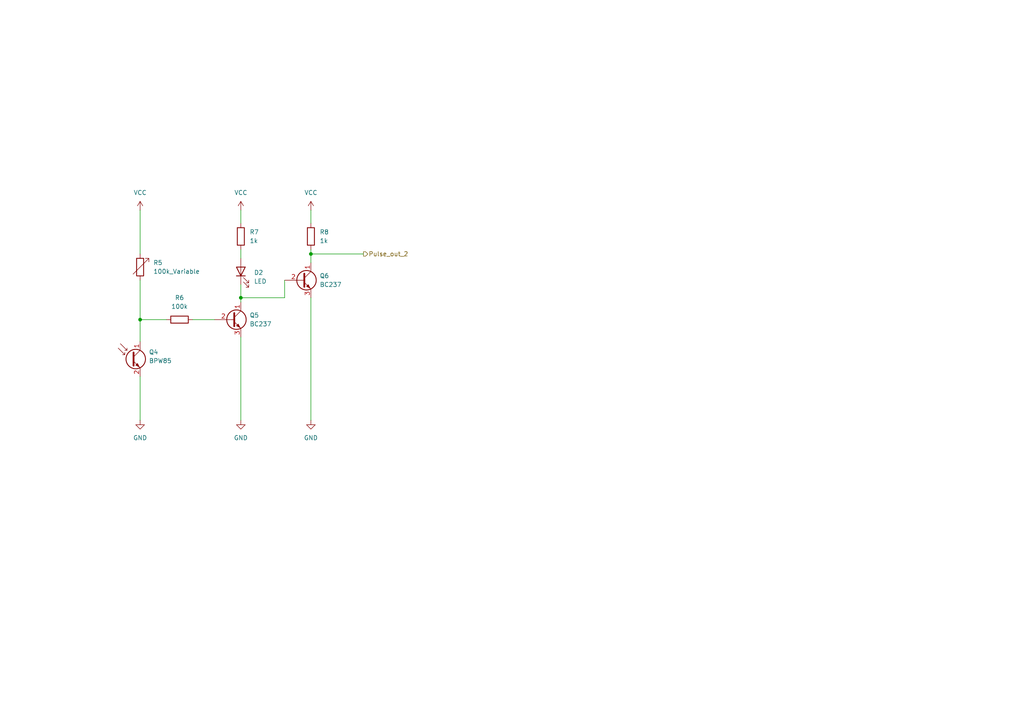
<source format=kicad_sch>
(kicad_sch (version 20231120) (generator "eeschema") (generator_version "8.0")
  (paper "A4")
  (lib_symbols
    (symbol "Device:LED" (pin_numbers hide) (pin_names (offset 1.016) hide)
      (property "Reference" "D" (at 0 2.54 0))
      (property "Value" "LED" (at 0 -2.54 0))
      (symbol "LED_0_1"
        (polyline (pts (xy -1.27 -1.27) (xy -1.27 1.27)) (stroke (width 0.254)))
        (polyline (pts (xy -1.27 0) (xy 1.27 0)))
        (polyline (pts (xy 1.27 -1.27) (xy 1.27 1.27) (xy -1.27 0) (xy 1.27 -1.27)) (stroke (width 0.254)))
        (polyline (pts (xy -3.048 -0.762) (xy -4.572 -2.286) (xy -3.81 -2.286) (xy -4.572 -2.286) (xy -4.572 -1.524)))
        (polyline (pts (xy -1.778 -0.762) (xy -3.302 -2.286) (xy -2.54 -2.286) (xy -3.302 -2.286) (xy -3.302 -1.524)))
      )
      (symbol "LED_1_1"
        (pin passive line (at -3.81 0 0) (length 2.54) (name "K") (number "1"))
        (pin passive line (at 3.81 0 180) (length 2.54) (name "A") (number "2"))
      )
    )
    (symbol "Device:R" (pin_numbers hide) (pin_names (offset 0))
      (property "Reference" "R" (at 2.032 0 90))
      (property "Value" "R" (at 0 0 90))
      (symbol "R_0_1"
        (rectangle (start -1.016 -2.54) (end 1.016 2.54) (stroke (width 0.254)))
      )
      (symbol "R_1_1"
        (pin passive line (at 0 3.81 270) (length 1.27) (name "~") (number "1"))
        (pin passive line (at 0 -3.81 90) (length 1.27) (name "~") (number "2"))
      )
    )
    (symbol "Device:R_Variable" (pin_numbers hide) (pin_names (offset 0))
      (property "Reference" "R" (at 2.54 -2.54 90))
      (property "Value" "R_Variable" (at -2.54 -1.27 90))
      (symbol "R_Variable_0_1"
        (rectangle (start -1.016 -2.54) (end 1.016 2.54) (stroke (width 0.254)))
        (polyline (pts (xy 2.54 1.524) (xy 2.54 2.54) (xy 1.524 2.54) (xy 2.54 2.54) (xy -2.032 -2.032)))
      )
      (symbol "R_Variable_1_1"
        (pin passive line (at 0 3.81 270) (length 1.27) (name "~") (number "1"))
        (pin passive line (at 0 -3.81 90) (length 1.27) (name "~") (number "2"))
      )
    )
    (symbol "Sensor_Optical:BPW85" (pin_names (offset 0) hide)
      (property "Reference" "Q" (at 5.08 1.27 0))
      (property "Value" "BPW85" (at 5.08 -1.27 0))
      (symbol "BPW85_0_1"
        (polyline (pts (xy -1.905 1.27) (xy -2.54 1.27)))
        (polyline (pts (xy -1.27 2.54) (xy -1.905 2.54)))
        (polyline (pts (xy 0.635 0.635) (xy 2.54 2.54)))
        (polyline (pts (xy -3.81 3.175) (xy -1.905 1.27) (xy -1.905 1.905)))
        (polyline (pts (xy -3.175 4.445) (xy -1.27 2.54) (xy -1.27 3.175)))
        (polyline (pts (xy 0.635 -0.635) (xy 2.54 -2.54) (xy 2.54 -2.54)))
        (polyline (pts (xy 0.635 1.905) (xy 0.635 -1.905) (xy 0.635 -1.905)) (stroke (width 0.508)))
        (polyline (pts (xy 1.27 -1.778) (xy 1.778 -1.27) (xy 2.286 -2.286) (xy 1.27 -1.778) (xy 1.27 -1.778)) (fill (type outline)))
        (circle (center 1.27 0) (radius 2.8194) (stroke (width 0.254)))
      )
      (symbol "BPW85_1_1"
        (pin passive line (at 2.54 5.08 270) (length 2.54) (name "C") (number "1"))
        (pin passive line (at 2.54 -5.08 90) (length 2.54) (name "E") (number "2"))
      )
    )
    (symbol "Transistor_BJT:BC237" (pin_names (offset 0) hide)
      (property "Reference" "Q" (at 5.08 1.905 0))
      (property "Value" "BC237" (at 5.08 0 0))
      (symbol "BC237_0_1"
        (polyline (pts (xy 0 0) (xy 0.635 0)))
        (polyline (pts (xy 0.635 0.635) (xy 2.54 2.54)))
        (polyline (pts (xy 0.635 -0.635) (xy 2.54 -2.54) (xy 2.54 -2.54)))
        (polyline (pts (xy 0.635 1.905) (xy 0.635 -1.905) (xy 0.635 -1.905)) (stroke (width 0.508)))
        (polyline (pts (xy 1.27 -1.778) (xy 1.778 -1.27) (xy 2.286 -2.286) (xy 1.27 -1.778) (xy 1.27 -1.778)) (fill (type outline)))
        (circle (center 1.27 0) (radius 2.8194) (stroke (width 0.254)))
      )
      (symbol "BC237_1_1"
        (pin passive line (at 2.54 5.08 270) (length 2.54) (name "C") (number "1"))
        (pin input line (at -5.08 0 0) (length 5.08) (name "B") (number "2"))
        (pin passive line (at 2.54 -5.08 90) (length 2.54) (name "E") (number "3"))
      )
    )
    (symbol "power:GND" (power) (pin_numbers hide) (pin_names (offset 0) hide)
      (property "Value" "GND" (at 0 -3.81 0))
      (symbol "GND_0_1"
        (polyline (pts (xy 0 0) (xy 0 -1.27) (xy 1.27 -1.27) (xy 0 -2.54) (xy -1.27 -1.27) (xy 0 -1.27)))
      )
      (symbol "GND_1_1"
        (pin power_in line (at 0 0 270) (length 0) (name "~") (number "1"))
      )
    )
    (symbol "power:VCC" (power) (pin_numbers hide) (pin_names (offset 0) hide)
      (property "Value" "VCC" (at 0 3.556 0))
      (symbol "VCC_0_1"
        (polyline (pts (xy -0.762 1.27) (xy 0 2.54)))
        (polyline (pts (xy 0 0) (xy 0 2.54)))
        (polyline (pts (xy 0 2.54) (xy 0.762 1.27)))
      )
      (symbol "VCC_1_1"
        (pin power_in line (at 0 0 90) (length 0) (name "~") (number "1"))
      )
    )
  )
  (junction (at 40.64 92.71))
  (junction (at 90.17 73.66))
  (junction (at 69.85 86.36))
  (wire (pts (xy 40.64 109.22) (xy 40.64 121.92)))
  (wire (pts (xy 82.55 86.36) (xy 82.55 81.28)))
  (wire (pts (xy 69.85 97.79) (xy 69.85 121.92)))
  (wire (pts (xy 40.64 60.96) (xy 40.64 73.66)))
  (wire (pts (xy 69.85 86.36) (xy 82.55 86.36)))
  (wire (pts (xy 69.85 86.36) (xy 69.85 87.63)))
  (wire (pts (xy 90.17 73.66) (xy 90.17 76.2)))
  (wire (pts (xy 40.64 92.71) (xy 40.64 99.06)))
  (wire (pts (xy 69.85 60.96) (xy 69.85 64.77)))
  (wire (pts (xy 90.17 86.36) (xy 90.17 121.92)))
  (wire (pts (xy 90.17 73.66) (xy 105.41 73.66)))
  (wire (pts (xy 90.17 72.39) (xy 90.17 73.66)))
  (wire (pts (xy 90.17 60.96) (xy 90.17 64.77)))
  (wire (pts (xy 55.88 92.71) (xy 62.23 92.71)))
  (wire (pts (xy 40.64 81.28) (xy 40.64 92.71)))
  (wire (pts (xy 69.85 82.55) (xy 69.85 86.36)))
  (wire (pts (xy 40.64 92.71) (xy 48.26 92.71)))
  (wire (pts (xy 69.85 72.39) (xy 69.85 74.93)))
  (hierarchical_label "Pulse_out_2" (shape output) (at 105.41 73.66 0))
  (symbol (lib_id "power:VCC") (at 69.85 60.96 0) (unit 1)
    (property "Reference" "#PWR09" (effects (hide yes)))
    (property "Value" "VCC" (at 69.85 55.88 0))
    (property "Description" "Power symbol creates a global label with name \"VCC\"" (effects (hide yes)))
  )
  (symbol (lib_id "Sensor_Optical:BPW85") (at 38.1 104.14 0) (unit 1)
    (property "Reference" "Q4" (at 43.18 102.1206 0) (effects (justify left)))
    (property "Value" "BPW85" (at 43.18 104.6606 0) (effects (justify left)))
    (property "Footprint" "LED_THT:LED_D3.0mm_Clear" (effects (hide yes)))
    (property "Datasheet" "https://www.vishay.com/docs/81531/bpw85a.pdf" (effects (hide yes)))
    (property "Description" "Silicon NPN Phototransistor, Ica = 0.8-8mA, T-1" (effects (hide yes)))
  )
  (symbol (lib_id "Device:R_Variable") (at 40.64 77.47 0) (unit 1)
    (property "Reference" "R5" (at 44.45 76.1999 0) (effects (justify left)))
    (property "Value" "100k_Variable" (at 44.45 78.7399 0) (effects (justify left)))
    (property "Footprint" "Potentiometer_THT:Potentiometer_Bourns_3386P_Vertical" (effects (hide yes)))
    (property "Description" "Variable resistor" (effects (hide yes)))
  )
  (symbol (lib_id "power:VCC") (at 40.64 60.96 0) (unit 1)
    (property "Reference" "#PWR07" (effects (hide yes)))
    (property "Value" "VCC" (at 40.64 55.88 0))
    (property "Description" "Power symbol creates a global label with name \"VCC\"" (effects (hide yes)))
  )
  (symbol (lib_id "Transistor_BJT:BC237") (at 67.31 92.71 0) (unit 1)
    (property "Reference" "Q5" (at 72.39 91.4399 0) (effects (justify left)))
    (property "Value" "BC237" (at 72.39 93.9799 0) (effects (justify left)))
    (property "Footprint" "Package_TO_SOT_THT:TO-92_Inline" (effects (hide yes)))
    (property "Datasheet" "http://www.onsemi.com/pub_link/Collateral/BC237-D.PDF" (effects (hide yes)))
    (property "Description" "100mA Ic, 50V Vce, Epitaxial Silicon NPN Transistor, TO-92" (effects (hide yes)))
  )
  (symbol (lib_id "Device:R") (at 69.85 68.58 180) (unit 1)
    (property "Reference" "R7" (at 72.39 67.3099 0) (effects (justify right)))
    (property "Value" "1k" (at 72.39 69.8499 0) (effects (justify right)))
    (property "Footprint" "Resistor_THT:R_Axial_DIN0207_L6.3mm_D2.5mm_P7.62mm_Horizontal" (effects (hide yes)))
    (property "Description" "Resistor" (effects (hide yes)))
  )
  (symbol (lib_id "Transistor_BJT:BC237") (at 87.63 81.28 0) (unit 1)
    (property "Reference" "Q6" (at 92.71 80.0099 0) (effects (justify left)))
    (property "Value" "BC237" (at 92.71 82.5499 0) (effects (justify left)))
    (property "Footprint" "Package_TO_SOT_THT:TO-92_Inline" (effects (hide yes)))
    (property "Datasheet" "http://www.onsemi.com/pub_link/Collateral/BC237-D.PDF" (effects (hide yes)))
    (property "Description" "100mA Ic, 50V Vce, Epitaxial Silicon NPN Transistor, TO-92" (effects (hide yes)))
  )
  (symbol (lib_id "power:VCC") (at 90.17 60.96 0) (unit 1)
    (property "Reference" "#PWR011" (effects (hide yes)))
    (property "Value" "VCC" (at 90.17 55.88 0))
    (property "Description" "Power symbol creates a global label with name \"VCC\"" (effects (hide yes)))
  )
  (symbol (lib_id "power:GND") (at 40.64 121.92 0) (unit 1)
    (property "Reference" "#PWR08" (effects (hide yes)))
    (property "Value" "GND" (at 40.64 127 0))
    (property "Description" "Power symbol creates a global label with name \"GND\" , ground" (effects (hide yes)))
  )
  (symbol (lib_id "power:GND") (at 90.17 121.92 0) (unit 1)
    (property "Reference" "#PWR012" (effects (hide yes)))
    (property "Value" "GND" (at 90.17 127 0))
    (property "Description" "Power symbol creates a global label with name \"GND\" , ground" (effects (hide yes)))
  )
  (symbol (lib_id "Device:LED") (at 69.85 78.74 90) (unit 1)
    (property "Reference" "D2" (at 73.66 79.0574 90) (effects (justify right)))
    (property "Value" "LED" (at 73.66 81.5974 90) (effects (justify right)))
    (property "Footprint" "LED_THT:LED_D5.0mm" (effects (hide yes)))
    (property "Description" "Light emitting diode" (effects (hide yes)))
  )
  (symbol (lib_id "Device:R") (at 52.07 92.71 90) (unit 1)
    (property "Reference" "R6" (at 52.07 86.36 90))
    (property "Value" "100k" (at 52.07 88.9 90))
    (property "Footprint" "Resistor_THT:R_Axial_DIN0207_L6.3mm_D2.5mm_P7.62mm_Horizontal" (effects (hide yes)))
    (property "Description" "Resistor" (effects (hide yes)))
  )
  (symbol (lib_id "Device:R") (at 90.17 68.58 180) (unit 1)
    (property "Reference" "R8" (at 92.71 67.3099 0) (effects (justify right)))
    (property "Value" "1k" (at 92.71 69.8499 0) (effects (justify right)))
    (property "Footprint" "Resistor_THT:R_Axial_DIN0207_L6.3mm_D2.5mm_P7.62mm_Horizontal" (effects (hide yes)))
    (property "Description" "Resistor" (effects (hide yes)))
  )
  (symbol (lib_id "power:GND") (at 69.85 121.92 0) (unit 1)
    (property "Reference" "#PWR010" (effects (hide yes)))
    (property "Value" "GND" (at 69.85 127 0))
    (property "Description" "Power symbol creates a global label with name \"GND\" , ground" (effects (hide yes)))
  )
)
</source>
